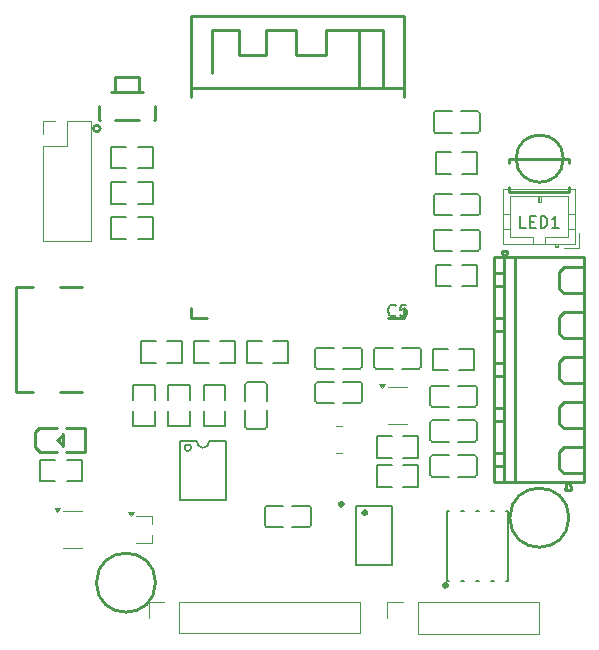
<source format=gto>
G04 #@! TF.GenerationSoftware,KiCad,Pcbnew,8.0.8*
G04 #@! TF.CreationDate,2025-03-23T20:16:00+01:00*
G04 #@! TF.ProjectId,cheap-wled-controller,63686561-702d-4776-9c65-642d636f6e74,rev?*
G04 #@! TF.SameCoordinates,Original*
G04 #@! TF.FileFunction,Legend,Top*
G04 #@! TF.FilePolarity,Positive*
%FSLAX46Y46*%
G04 Gerber Fmt 4.6, Leading zero omitted, Abs format (unit mm)*
G04 Created by KiCad (PCBNEW 8.0.8) date 2025-03-23 20:16:00*
%MOMM*%
%LPD*%
G01*
G04 APERTURE LIST*
%ADD10C,0.150000*%
%ADD11C,0.120000*%
%ADD12C,0.250000*%
%ADD13C,0.300000*%
G04 APERTURE END LIST*
D10*
X54380952Y-24454819D02*
X53904762Y-24454819D01*
X53904762Y-24454819D02*
X53904762Y-23454819D01*
X54714286Y-23931009D02*
X55047619Y-23931009D01*
X55190476Y-24454819D02*
X54714286Y-24454819D01*
X54714286Y-24454819D02*
X54714286Y-23454819D01*
X54714286Y-23454819D02*
X55190476Y-23454819D01*
X55619048Y-24454819D02*
X55619048Y-23454819D01*
X55619048Y-23454819D02*
X55857143Y-23454819D01*
X55857143Y-23454819D02*
X56000000Y-23502438D01*
X56000000Y-23502438D02*
X56095238Y-23597676D01*
X56095238Y-23597676D02*
X56142857Y-23692914D01*
X56142857Y-23692914D02*
X56190476Y-23883390D01*
X56190476Y-23883390D02*
X56190476Y-24026247D01*
X56190476Y-24026247D02*
X56142857Y-24216723D01*
X56142857Y-24216723D02*
X56095238Y-24311961D01*
X56095238Y-24311961D02*
X56000000Y-24407200D01*
X56000000Y-24407200D02*
X55857143Y-24454819D01*
X55857143Y-24454819D02*
X55619048Y-24454819D01*
X57142857Y-24454819D02*
X56571429Y-24454819D01*
X56857143Y-24454819D02*
X56857143Y-23454819D01*
X56857143Y-23454819D02*
X56761905Y-23597676D01*
X56761905Y-23597676D02*
X56666667Y-23692914D01*
X56666667Y-23692914D02*
X56571429Y-23740533D01*
X43333333Y-31859580D02*
X43285714Y-31907200D01*
X43285714Y-31907200D02*
X43142857Y-31954819D01*
X43142857Y-31954819D02*
X43047619Y-31954819D01*
X43047619Y-31954819D02*
X42904762Y-31907200D01*
X42904762Y-31907200D02*
X42809524Y-31811961D01*
X42809524Y-31811961D02*
X42761905Y-31716723D01*
X42761905Y-31716723D02*
X42714286Y-31526247D01*
X42714286Y-31526247D02*
X42714286Y-31383390D01*
X42714286Y-31383390D02*
X42761905Y-31192914D01*
X42761905Y-31192914D02*
X42809524Y-31097676D01*
X42809524Y-31097676D02*
X42904762Y-31002438D01*
X42904762Y-31002438D02*
X43047619Y-30954819D01*
X43047619Y-30954819D02*
X43142857Y-30954819D01*
X43142857Y-30954819D02*
X43285714Y-31002438D01*
X43285714Y-31002438D02*
X43333333Y-31050057D01*
X44238095Y-30954819D02*
X43761905Y-30954819D01*
X43761905Y-30954819D02*
X43714286Y-31431009D01*
X43714286Y-31431009D02*
X43761905Y-31383390D01*
X43761905Y-31383390D02*
X43857143Y-31335771D01*
X43857143Y-31335771D02*
X44095238Y-31335771D01*
X44095238Y-31335771D02*
X44190476Y-31383390D01*
X44190476Y-31383390D02*
X44238095Y-31431009D01*
X44238095Y-31431009D02*
X44285714Y-31526247D01*
X44285714Y-31526247D02*
X44285714Y-31764342D01*
X44285714Y-31764342D02*
X44238095Y-31859580D01*
X44238095Y-31859580D02*
X44190476Y-31907200D01*
X44190476Y-31907200D02*
X44095238Y-31954819D01*
X44095238Y-31954819D02*
X43857143Y-31954819D01*
X43857143Y-31954819D02*
X43761905Y-31907200D01*
X43761905Y-31907200D02*
X43714286Y-31859580D01*
G04 #@! TO.C,C8*
X46270449Y-39466816D02*
X46270449Y-37966816D01*
X46420449Y-37816816D02*
X47830449Y-37816816D01*
X47830449Y-39616816D02*
X46420449Y-39616816D01*
X48630449Y-39616816D02*
X50040449Y-39616816D01*
X50040449Y-37816816D02*
X48630449Y-37816816D01*
X50190449Y-39466816D02*
X50190449Y-37966816D01*
X46270449Y-37966816D02*
G75*
G02*
X46420449Y-37816816I150000J0D01*
G01*
X46420449Y-39616816D02*
G75*
G02*
X46270449Y-39466816I0J150000D01*
G01*
X50040449Y-37816816D02*
G75*
G02*
X50190449Y-37966816I0J-150000D01*
G01*
X50190449Y-39466816D02*
G75*
G02*
X50040449Y-39616816I-150000J0D01*
G01*
G04 #@! TO.C,R4*
X24080000Y-37740000D02*
X24080000Y-39020000D01*
X24080000Y-41260000D02*
X24080000Y-39980000D01*
X25920000Y-37740000D02*
X24080000Y-37740000D01*
X25920000Y-39020000D02*
X25920000Y-37740000D01*
X25920000Y-39980000D02*
X25920000Y-41260000D01*
X25920000Y-41260000D02*
X24080000Y-41260000D01*
G04 #@! TO.C,R5*
X27080000Y-37740000D02*
X27080000Y-39020000D01*
X27080000Y-41260000D02*
X27080000Y-39980000D01*
X28920000Y-37740000D02*
X27080000Y-37740000D01*
X28920000Y-39020000D02*
X28920000Y-37740000D01*
X28920000Y-39980000D02*
X28920000Y-41260000D01*
X28920000Y-41260000D02*
X27080000Y-41260000D01*
G04 #@! TO.C,R14*
X13240000Y-44080000D02*
X14520000Y-44080000D01*
X13240000Y-45920000D02*
X13240000Y-44080000D01*
X14520000Y-45920000D02*
X13240000Y-45920000D01*
X15480000Y-45920000D02*
X16760000Y-45920000D01*
X16760000Y-44080000D02*
X15480000Y-44080000D01*
X16760000Y-45920000D02*
X16760000Y-44080000D01*
G04 #@! TO.C,C29*
X36540000Y-36250000D02*
X36540000Y-34750000D01*
X36690000Y-34600000D02*
X38100000Y-34600000D01*
X38100000Y-36400000D02*
X36690000Y-36400000D01*
X38900000Y-36400000D02*
X40310000Y-36400000D01*
X40310000Y-34600000D02*
X38900000Y-34600000D01*
X40460000Y-36250000D02*
X40460000Y-34750000D01*
X36540000Y-34750000D02*
G75*
G02*
X36690000Y-34600000I150000J0D01*
G01*
X36690000Y-36400000D02*
G75*
G02*
X36540000Y-36250000I0J150000D01*
G01*
X40310000Y-34600000D02*
G75*
G02*
X40460000Y-34750000I0J-150000D01*
G01*
X40460000Y-36250000D02*
G75*
G02*
X40310000Y-36400000I-150000J0D01*
G01*
D11*
G04 #@! TO.C,J4*
X13440000Y-15440000D02*
X14500000Y-15440000D01*
X13440000Y-16500000D02*
X13440000Y-15440000D01*
X13440000Y-17500000D02*
X13440000Y-25560000D01*
X13440000Y-17500000D02*
X15500000Y-17500000D01*
X13440000Y-25560000D02*
X17560000Y-25560000D01*
X15500000Y-15440000D02*
X17560000Y-15440000D01*
X15500000Y-17500000D02*
X15500000Y-15440000D01*
X17560000Y-15440000D02*
X17560000Y-25560000D01*
G04 #@! TO.C,U1*
X16000000Y-48440000D02*
X15200000Y-48440000D01*
X16000000Y-48440000D02*
X16800000Y-48440000D01*
X16000000Y-51560000D02*
X15200000Y-51560000D01*
X16000000Y-51560000D02*
X16800000Y-51560000D01*
X14700000Y-48490000D02*
X14460000Y-48160000D01*
X14940000Y-48160000D01*
X14700000Y-48490000D01*
G36*
X14700000Y-48490000D02*
G01*
X14460000Y-48160000D01*
X14940000Y-48160000D01*
X14700000Y-48490000D01*
G37*
D10*
G04 #@! TO.C,R6*
X46740000Y-18080000D02*
X48020000Y-18080000D01*
X46740000Y-19920000D02*
X46740000Y-18080000D01*
X48020000Y-19920000D02*
X46740000Y-19920000D01*
X48980000Y-19920000D02*
X50260000Y-19920000D01*
X50260000Y-18080000D02*
X48980000Y-18080000D01*
X50260000Y-19920000D02*
X50260000Y-18080000D01*
G04 #@! TO.C,R20*
X46470449Y-34696816D02*
X47750449Y-34696816D01*
X46470449Y-36536816D02*
X46470449Y-34696816D01*
X47750449Y-36536816D02*
X46470449Y-36536816D01*
X48710449Y-36536816D02*
X49990449Y-36536816D01*
X49990449Y-34696816D02*
X48710449Y-34696816D01*
X49990449Y-36536816D02*
X49990449Y-34696816D01*
G04 #@! TO.C,C4*
X46270449Y-45366816D02*
X46270449Y-43866816D01*
X46420449Y-43716816D02*
X47830449Y-43716816D01*
X47830449Y-45516816D02*
X46420449Y-45516816D01*
X48630449Y-45516816D02*
X50040449Y-45516816D01*
X50040449Y-43716816D02*
X48630449Y-43716816D01*
X50190449Y-45366816D02*
X50190449Y-43866816D01*
X46270449Y-43866816D02*
G75*
G02*
X46420449Y-43716816I150000J0D01*
G01*
X46420449Y-45516816D02*
G75*
G02*
X46270449Y-45366816I0J150000D01*
G01*
X50040449Y-43716816D02*
G75*
G02*
X50190449Y-43866816I0J-150000D01*
G01*
X50190449Y-45366816D02*
G75*
G02*
X50040449Y-45516816I-150000J0D01*
G01*
G04 #@! TO.C,C1*
X32240000Y-49650000D02*
X32240000Y-48150000D01*
X32390000Y-48000000D02*
X33800000Y-48000000D01*
X33800000Y-49800000D02*
X32390000Y-49800000D01*
X34600000Y-49800000D02*
X36010000Y-49800000D01*
X36010000Y-48000000D02*
X34600000Y-48000000D01*
X36160000Y-49650000D02*
X36160000Y-48150000D01*
X32240000Y-48150000D02*
G75*
G02*
X32390000Y-48000000I150000J0D01*
G01*
X32390000Y-49800000D02*
G75*
G02*
X32240000Y-49650000I0J150000D01*
G01*
X36010000Y-48000000D02*
G75*
G02*
X36160000Y-48150000I0J-150000D01*
G01*
X36160000Y-49650000D02*
G75*
G02*
X36010000Y-49800000I-150000J0D01*
G01*
D11*
G04 #@! TO.C,L2*
X38297604Y-41265092D02*
X38820108Y-41265092D01*
X38297604Y-43485092D02*
X38820108Y-43485092D01*
D12*
G04 #@! TO.C,J2*
X11170000Y-29460000D02*
X12650000Y-29460000D01*
X11170000Y-38400000D02*
X11170000Y-29460000D01*
X11170000Y-38400000D02*
X12650000Y-38400000D01*
X14890000Y-29460000D02*
X16750000Y-29460000D01*
X14890000Y-38400000D02*
X16750000Y-38400000D01*
G04 #@! TO.C,SW1*
X18182500Y-15285000D02*
X18182500Y-14115000D01*
X18182500Y-15315000D02*
X18272500Y-15315000D01*
X19532500Y-15315000D02*
X21622500Y-15315000D01*
X19582500Y-11675000D02*
X19582500Y-12975000D01*
X19582500Y-11675000D02*
X21582500Y-11675000D01*
X21582500Y-11675000D02*
X21582500Y-12975000D01*
X21942500Y-12975000D02*
X19212500Y-12975000D01*
X22972500Y-15315000D02*
X22882500Y-15315000D01*
X22972500Y-15315000D02*
X22972500Y-14115000D01*
X18312500Y-16045000D02*
G75*
G02*
X17752500Y-16045000I-280000J0D01*
G01*
X17752500Y-16045000D02*
G75*
G02*
X18312500Y-16045000I280000J0D01*
G01*
D10*
G04 #@! TO.C,R13*
X41740000Y-42080000D02*
X43020000Y-42080000D01*
X41740000Y-43920000D02*
X41740000Y-42080000D01*
X43020000Y-43920000D02*
X41740000Y-43920000D01*
X43980000Y-43920000D02*
X45260000Y-43920000D01*
X45260000Y-42080000D02*
X43980000Y-42080000D01*
X45260000Y-43920000D02*
X45260000Y-42080000D01*
G04 #@! TO.C,R3*
X21080000Y-37740000D02*
X21080000Y-39020000D01*
X21080000Y-41260000D02*
X21080000Y-39980000D01*
X22920000Y-37740000D02*
X21080000Y-37740000D01*
X22920000Y-39020000D02*
X22920000Y-37740000D01*
X22920000Y-39980000D02*
X22920000Y-41260000D01*
X22920000Y-41260000D02*
X21080000Y-41260000D01*
D11*
G04 #@! TO.C,J6*
X42620000Y-56170000D02*
X43950000Y-56170000D01*
X42620000Y-57500000D02*
X42620000Y-56170000D01*
X45220000Y-56170000D02*
X55440000Y-56170000D01*
X45220000Y-58830000D02*
X45220000Y-56170000D01*
X45220000Y-58830000D02*
X55440000Y-58830000D01*
X55440000Y-58830000D02*
X55440000Y-56170000D01*
D10*
G04 #@! TO.C,R10*
X26240000Y-34080000D02*
X27520000Y-34080000D01*
X26240000Y-35920000D02*
X26240000Y-34080000D01*
X27520000Y-35920000D02*
X26240000Y-35920000D01*
X28480000Y-35920000D02*
X29760000Y-35920000D01*
X29760000Y-34080000D02*
X28480000Y-34080000D01*
X29760000Y-35920000D02*
X29760000Y-34080000D01*
D12*
G04 #@! TO.C,C11*
X23000000Y-54500000D02*
G75*
G02*
X18000000Y-54500000I-2500000J0D01*
G01*
X18000000Y-54500000D02*
G75*
G02*
X23000000Y-54500000I2500000J0D01*
G01*
D10*
G04 #@! TO.C,R15*
X30740000Y-34080000D02*
X30740000Y-35920000D01*
X30740000Y-35920000D02*
X32020000Y-35920000D01*
X32020000Y-34080000D02*
X30740000Y-34080000D01*
X32980000Y-34080000D02*
X34260000Y-34080000D01*
X34260000Y-34080000D02*
X34260000Y-35920000D01*
X34260000Y-35920000D02*
X32980000Y-35920000D01*
D12*
G04 #@! TO.C,C10*
X58000000Y-49000000D02*
G75*
G02*
X53000000Y-49000000I-2500000J0D01*
G01*
X53000000Y-49000000D02*
G75*
G02*
X58000000Y-49000000I2500000J0D01*
G01*
D11*
G04 #@! TO.C,J8*
X22430000Y-56145000D02*
X23760000Y-56145000D01*
X22430000Y-57475000D02*
X22430000Y-56145000D01*
X25030000Y-56145000D02*
X40330000Y-56145000D01*
X25030000Y-58805000D02*
X25030000Y-56145000D01*
X25030000Y-58805000D02*
X40330000Y-58805000D01*
X40330000Y-58805000D02*
X40330000Y-56145000D01*
D10*
G04 #@! TO.C,C7*
X46540000Y-16250000D02*
X46540000Y-14750000D01*
X46690000Y-14600000D02*
X48100000Y-14600000D01*
X48100000Y-16400000D02*
X46690000Y-16400000D01*
X48900000Y-16400000D02*
X50310000Y-16400000D01*
X50310000Y-14600000D02*
X48900000Y-14600000D01*
X50460000Y-16250000D02*
X50460000Y-14750000D01*
X46540000Y-14750000D02*
G75*
G02*
X46690000Y-14600000I150000J0D01*
G01*
X46690000Y-16400000D02*
G75*
G02*
X46540000Y-16250000I0J150000D01*
G01*
X50310000Y-14600000D02*
G75*
G02*
X50460000Y-14750000I0J-150000D01*
G01*
X50460000Y-16250000D02*
G75*
G02*
X50310000Y-16400000I-150000J0D01*
G01*
G04 #@! TO.C,R2*
X19240000Y-23580000D02*
X20520000Y-23580000D01*
X19240000Y-25420000D02*
X19240000Y-23580000D01*
X20520000Y-25420000D02*
X19240000Y-25420000D01*
X21480000Y-25420000D02*
X22760000Y-25420000D01*
X22760000Y-23580000D02*
X21480000Y-23580000D01*
X22760000Y-25420000D02*
X22760000Y-23580000D01*
D12*
G04 #@! TO.C,U5*
X26000000Y-6547500D02*
X26000000Y-13367500D01*
X26000000Y-12587500D02*
X44020000Y-12587500D01*
X26000000Y-31237500D02*
X26000000Y-32087500D01*
X26000000Y-32087500D02*
X27330000Y-32087500D01*
X27760000Y-7707500D02*
X27760000Y-11387500D01*
X30050000Y-7707500D02*
X27760000Y-7707500D01*
X30050000Y-9857500D02*
X30050000Y-7707500D01*
X32330000Y-7707500D02*
X32330000Y-9857500D01*
X32330000Y-9857500D02*
X30050000Y-9857500D01*
X34870000Y-7707500D02*
X32330000Y-7707500D01*
X34870000Y-9857500D02*
X34870000Y-7707500D01*
X37410000Y-7707500D02*
X37410000Y-9857500D01*
X37410000Y-9857500D02*
X34870000Y-9857500D01*
X40270000Y-7707500D02*
X37410000Y-7707500D01*
X40270000Y-12587500D02*
X40270000Y-7707500D01*
X42300000Y-7707500D02*
X40060000Y-7707500D01*
X42300000Y-12587500D02*
X42300000Y-7707500D01*
X42670000Y-32087500D02*
X44020000Y-32087500D01*
X44000000Y-6547500D02*
X26000000Y-6547500D01*
X44020000Y-13367500D02*
X44020000Y-6557500D01*
X44020000Y-32087500D02*
X44020000Y-31237500D01*
D10*
G04 #@! TO.C,Q3*
X47650345Y-48440345D02*
X47860345Y-48440345D01*
X47650345Y-54340345D02*
X47650345Y-48440345D01*
X47860345Y-54340345D02*
X47650345Y-54340345D01*
X48830345Y-48440345D02*
X49130345Y-48440345D01*
X49130345Y-54340345D02*
X48830345Y-54340345D01*
X50100345Y-48440345D02*
X50400345Y-48440345D01*
X50400345Y-54340345D02*
X50100345Y-54340345D01*
X51370345Y-48440345D02*
X51670345Y-48440345D01*
X51670345Y-54340345D02*
X51370345Y-54340345D01*
X52640345Y-48440345D02*
X52850345Y-48440345D01*
X52850345Y-48440345D02*
X52850345Y-54340345D01*
X52850345Y-54340345D02*
X52640345Y-54340345D01*
D13*
X47700345Y-54740345D02*
G75*
G02*
X47400345Y-54740345I-150000J0D01*
G01*
X47400345Y-54740345D02*
G75*
G02*
X47700345Y-54740345I150000J0D01*
G01*
D10*
G04 #@! TO.C,R7*
X46740000Y-27580000D02*
X48020000Y-27580000D01*
X46740000Y-29420000D02*
X46740000Y-27580000D01*
X48020000Y-29420000D02*
X46740000Y-29420000D01*
X48980000Y-29420000D02*
X50260000Y-29420000D01*
X50260000Y-27580000D02*
X48980000Y-27580000D01*
X50260000Y-29420000D02*
X50260000Y-27580000D01*
G04 #@! TO.C,R22*
X41740000Y-44580000D02*
X43020000Y-44580000D01*
X41740000Y-46420000D02*
X41740000Y-44580000D01*
X43020000Y-46420000D02*
X41740000Y-46420000D01*
X43980000Y-46420000D02*
X45260000Y-46420000D01*
X45260000Y-44580000D02*
X43980000Y-44580000D01*
X45260000Y-46420000D02*
X45260000Y-44580000D01*
G04 #@! TO.C,U3*
X25050000Y-42500000D02*
X25050000Y-47500000D01*
X25050000Y-42500000D02*
X26520000Y-42500000D01*
X25050000Y-47500000D02*
X28950000Y-47500000D01*
X26520000Y-42500000D02*
X26520000Y-42600000D01*
X27540000Y-42540000D02*
X27580000Y-42500000D01*
X27580000Y-42500000D02*
X27820000Y-42500000D01*
X27820000Y-42500000D02*
X28950000Y-42500000D01*
X28950000Y-42500000D02*
X28950000Y-47500000D01*
X27000000Y-43080000D02*
G75*
G02*
X26520000Y-42600000I1J480001D01*
G01*
X27540000Y-42540000D02*
G75*
G02*
X26996230Y-43079684I-500000J-40000D01*
G01*
X26020000Y-43080000D02*
G75*
G02*
X25460000Y-43080000I-280000J0D01*
G01*
X25460000Y-43080000D02*
G75*
G02*
X26020000Y-43080000I280000J0D01*
G01*
G04 #@! TO.C,R16*
X19240000Y-20580000D02*
X19240000Y-22420000D01*
X19240000Y-22420000D02*
X20520000Y-22420000D01*
X20520000Y-20580000D02*
X19240000Y-20580000D01*
X21480000Y-20580000D02*
X22760000Y-20580000D01*
X22760000Y-20580000D02*
X22760000Y-22420000D01*
X22760000Y-22420000D02*
X21480000Y-22420000D01*
D11*
G04 #@! TO.C,U7*
X43500000Y-37940000D02*
X42700000Y-37940000D01*
X43500000Y-37940000D02*
X44300000Y-37940000D01*
X43500000Y-41060000D02*
X42700000Y-41060000D01*
X43500000Y-41060000D02*
X44300000Y-41060000D01*
X42200000Y-37990000D02*
X41960000Y-37660000D01*
X42440000Y-37660000D01*
X42200000Y-37990000D01*
G36*
X42200000Y-37990000D02*
G01*
X41960000Y-37660000D01*
X42440000Y-37660000D01*
X42200000Y-37990000D01*
G37*
D10*
G04 #@! TO.C,R17*
X19240000Y-17580000D02*
X19240000Y-19420000D01*
X19240000Y-19420000D02*
X20520000Y-19420000D01*
X20520000Y-17580000D02*
X19240000Y-17580000D01*
X21480000Y-17580000D02*
X22760000Y-17580000D01*
X22760000Y-17580000D02*
X22760000Y-19420000D01*
X22760000Y-19420000D02*
X21480000Y-19420000D01*
D12*
G04 #@! TO.C,LED1*
X52960000Y-18600000D02*
X58040000Y-18600000D01*
X52960000Y-18970000D02*
X52960000Y-18600000D01*
X52960000Y-21400000D02*
X52960000Y-21030000D01*
X58040000Y-18600000D02*
X58040000Y-18970000D01*
X58040000Y-21030000D02*
X58040000Y-21400000D01*
X58040000Y-21400000D02*
X52960000Y-21400000D01*
X57529695Y-18634905D02*
G75*
G02*
X57530000Y-18600000I-1999694J34927D01*
G01*
D10*
G04 #@! TO.C,R11*
X21740000Y-34080000D02*
X23020000Y-34080000D01*
X21740000Y-35920000D02*
X21740000Y-34080000D01*
X23020000Y-35920000D02*
X21740000Y-35920000D01*
X23980000Y-35920000D02*
X25260000Y-35920000D01*
X25260000Y-34080000D02*
X23980000Y-34080000D01*
X25260000Y-35920000D02*
X25260000Y-34080000D01*
G04 #@! TO.C,C6*
X46540000Y-26250000D02*
X46540000Y-24750000D01*
X46690000Y-24600000D02*
X48100000Y-24600000D01*
X48100000Y-26400000D02*
X46690000Y-26400000D01*
X48900000Y-26400000D02*
X50310000Y-26400000D01*
X50310000Y-24600000D02*
X48900000Y-24600000D01*
X50460000Y-26250000D02*
X50460000Y-24750000D01*
X46540000Y-24750000D02*
G75*
G02*
X46690000Y-24600000I150000J0D01*
G01*
X46690000Y-26400000D02*
G75*
G02*
X46540000Y-26250000I0J150000D01*
G01*
X50310000Y-24600000D02*
G75*
G02*
X50460000Y-24750000I0J-150000D01*
G01*
X50460000Y-26250000D02*
G75*
G02*
X50310000Y-26400000I-150000J0D01*
G01*
D11*
G04 #@! TO.C,D1*
X21320000Y-48840000D02*
X22730000Y-48840000D01*
X21320000Y-51160000D02*
X22730000Y-51160000D01*
X22730000Y-48840000D02*
X22730000Y-49500000D01*
X22730000Y-50500000D02*
X22730000Y-51160000D01*
X20950000Y-48860000D02*
X20710000Y-48530000D01*
X21190000Y-48530000D01*
X20950000Y-48860000D01*
G36*
X20950000Y-48860000D02*
G01*
X20710000Y-48530000D01*
X21190000Y-48530000D01*
X20950000Y-48860000D01*
G37*
D10*
G04 #@! TO.C,C5*
X41540000Y-36250000D02*
X41540000Y-34750000D01*
X41690000Y-34600000D02*
X43100000Y-34600000D01*
X43100000Y-36400000D02*
X41690000Y-36400000D01*
X43900000Y-36400000D02*
X45310000Y-36400000D01*
X45310000Y-34600000D02*
X43900000Y-34600000D01*
X45460000Y-36250000D02*
X45460000Y-34750000D01*
X41540000Y-34750000D02*
G75*
G02*
X41690000Y-34600000I150000J0D01*
G01*
X41690000Y-36400000D02*
G75*
G02*
X41540000Y-36250000I0J150000D01*
G01*
X45310000Y-34600000D02*
G75*
G02*
X45460000Y-34750000I0J-150000D01*
G01*
X45460000Y-36250000D02*
G75*
G02*
X45310000Y-36400000I-150000J0D01*
G01*
D11*
G04 #@! TO.C,J7*
X52440000Y-21140000D02*
X52440000Y-25860000D01*
X52440000Y-23250000D02*
X53050000Y-23250000D01*
X52440000Y-24550000D02*
X53050000Y-24550000D01*
X52440000Y-25860000D02*
X58560000Y-25860000D01*
X53050000Y-21750000D02*
X53050000Y-25250000D01*
X53050000Y-25250000D02*
X55000000Y-25250000D01*
X55000000Y-25250000D02*
X55000000Y-25860000D01*
X55400000Y-22250000D02*
X55400000Y-21750000D01*
X55500000Y-21750000D02*
X55500000Y-22250000D01*
X55600000Y-21750000D02*
X55600000Y-22250000D01*
X55600000Y-22250000D02*
X55400000Y-22250000D01*
X56000000Y-25250000D02*
X57950000Y-25250000D01*
X56000000Y-25860000D02*
X56000000Y-25250000D01*
X56800000Y-25860000D02*
X56800000Y-26060000D01*
X56800000Y-25960000D02*
X57100000Y-25960000D01*
X56800000Y-26060000D02*
X57100000Y-26060000D01*
X57100000Y-26060000D02*
X57100000Y-25860000D01*
X57610000Y-26160000D02*
X58860000Y-26160000D01*
X57950000Y-21750000D02*
X53050000Y-21750000D01*
X57950000Y-25250000D02*
X57950000Y-21750000D01*
X58560000Y-21140000D02*
X52440000Y-21140000D01*
X58560000Y-23250000D02*
X57950000Y-23250000D01*
X58560000Y-24550000D02*
X57950000Y-24550000D01*
X58560000Y-25860000D02*
X58560000Y-21140000D01*
X58860000Y-26160000D02*
X58860000Y-24910000D01*
D12*
G04 #@! TO.C,D2*
X12780000Y-41760000D02*
X13160000Y-41380000D01*
X12780000Y-43030000D02*
X12780000Y-41760000D01*
X13160000Y-41380000D02*
X14680000Y-41380000D01*
X13190000Y-43440000D02*
X12780000Y-43030000D01*
X14660000Y-43440000D02*
X13190000Y-43440000D01*
X14700000Y-42400000D02*
X14800000Y-42500000D01*
X14800000Y-42300000D02*
X14700000Y-42400000D01*
X14800000Y-42500000D02*
X15200000Y-42900000D01*
X15200000Y-41900000D02*
X14800000Y-42300000D01*
X15200000Y-41900000D02*
X15200000Y-42900000D01*
X15450000Y-43420000D02*
X17000000Y-43420000D01*
X17000000Y-41380000D02*
X15450000Y-41380000D01*
X17000000Y-43420000D02*
X17000000Y-41380000D01*
D10*
G04 #@! TO.C,C3*
X46540000Y-23250000D02*
X46540000Y-21750000D01*
X46690000Y-21600000D02*
X48100000Y-21600000D01*
X48100000Y-23400000D02*
X46690000Y-23400000D01*
X48900000Y-23400000D02*
X50310000Y-23400000D01*
X50310000Y-21600000D02*
X48900000Y-21600000D01*
X50460000Y-23250000D02*
X50460000Y-21750000D01*
X46540000Y-21750000D02*
G75*
G02*
X46690000Y-21600000I150000J0D01*
G01*
X46690000Y-23400000D02*
G75*
G02*
X46540000Y-23250000I0J150000D01*
G01*
X50310000Y-21600000D02*
G75*
G02*
X50460000Y-21750000I0J-150000D01*
G01*
X50460000Y-23250000D02*
G75*
G02*
X50310000Y-23400000I-150000J0D01*
G01*
G04 #@! TO.C,C2*
X30600000Y-37690000D02*
X30600000Y-39100000D01*
X30600000Y-41310000D02*
X30600000Y-39900000D01*
X32250000Y-37540000D02*
X30750000Y-37540000D01*
X32250000Y-41460000D02*
X30750000Y-41460000D01*
X32400000Y-39100000D02*
X32400000Y-37690000D01*
X32400000Y-39900000D02*
X32400000Y-41310000D01*
X30600000Y-37690000D02*
G75*
G02*
X30750000Y-37540000I150000J0D01*
G01*
X30750000Y-41460000D02*
G75*
G02*
X30600000Y-41310000I0J150000D01*
G01*
X32250000Y-37540000D02*
G75*
G02*
X32400000Y-37690000I0J-150000D01*
G01*
X32400000Y-41310000D02*
G75*
G02*
X32250000Y-41460000I-150000J0D01*
G01*
G04 #@! TO.C,C9*
X46270449Y-42416816D02*
X46270449Y-40916816D01*
X46420449Y-40766816D02*
X47830449Y-40766816D01*
X47830449Y-42566816D02*
X46420449Y-42566816D01*
X48630449Y-42566816D02*
X50040449Y-42566816D01*
X50040449Y-40766816D02*
X48630449Y-40766816D01*
X50190449Y-42416816D02*
X50190449Y-40916816D01*
X46270449Y-40916816D02*
G75*
G02*
X46420449Y-40766816I150000J0D01*
G01*
X46420449Y-42566816D02*
G75*
G02*
X46270449Y-42416816I0J150000D01*
G01*
X50040449Y-40766816D02*
G75*
G02*
X50190449Y-40916816I0J-150000D01*
G01*
X50190449Y-42416816D02*
G75*
G02*
X50040449Y-42566816I-150000J0D01*
G01*
D12*
G04 #@! TO.C,J10*
X51640000Y-26970000D02*
X51650000Y-46020000D01*
X51650000Y-46020000D02*
X59250000Y-46020000D01*
X52300000Y-26380000D02*
X52390000Y-26970000D01*
X52500000Y-26950000D02*
X52500000Y-46000000D01*
X52500000Y-28320000D02*
X51640000Y-28320000D01*
X52500000Y-29400000D02*
X51650000Y-29400000D01*
X52500000Y-32130000D02*
X51640000Y-32130000D01*
X52500000Y-33210000D02*
X51650000Y-33210000D01*
X52500000Y-35940000D02*
X51640000Y-35940000D01*
X52500000Y-37020000D02*
X51650000Y-37020000D01*
X52500000Y-39750000D02*
X51640000Y-39750000D01*
X52500000Y-40830000D02*
X51650000Y-40830000D01*
X52500000Y-43560000D02*
X51640000Y-43560000D01*
X52500000Y-44640000D02*
X51650000Y-44640000D01*
X52640000Y-26970000D02*
X52800000Y-26380000D01*
X52800000Y-26380000D02*
X52300000Y-26380000D01*
X53400000Y-26950000D02*
X53400000Y-46000000D01*
X57200000Y-28200000D02*
X57200000Y-29600000D01*
X57200000Y-28200000D02*
X57200000Y-29600000D01*
X57200000Y-29600000D02*
X57600000Y-29990000D01*
X57200000Y-29600000D02*
X57600000Y-29990000D01*
X57200000Y-32010000D02*
X57200000Y-33410000D01*
X57200000Y-32010000D02*
X57200000Y-33410000D01*
X57200000Y-33410000D02*
X57600000Y-33800000D01*
X57200000Y-33410000D02*
X57600000Y-33800000D01*
X57200000Y-35820000D02*
X57200000Y-37220000D01*
X57200000Y-35820000D02*
X57200000Y-37220000D01*
X57200000Y-37220000D02*
X57600000Y-37610000D01*
X57200000Y-37220000D02*
X57600000Y-37610000D01*
X57200000Y-39630000D02*
X57200000Y-41030000D01*
X57200000Y-39630000D02*
X57200000Y-41030000D01*
X57200000Y-41030000D02*
X57600000Y-41420000D01*
X57200000Y-41030000D02*
X57600000Y-41420000D01*
X57200000Y-43440000D02*
X57200000Y-44840000D01*
X57200000Y-43440000D02*
X57200000Y-44840000D01*
X57200000Y-44840000D02*
X57600000Y-45230000D01*
X57200000Y-44840000D02*
X57600000Y-45230000D01*
X57600000Y-29990000D02*
X59260000Y-29990000D01*
X57600000Y-29990000D02*
X59260000Y-29990000D01*
X57600000Y-33800000D02*
X59260000Y-33800000D01*
X57600000Y-33800000D02*
X59260000Y-33800000D01*
X57600000Y-37610000D02*
X59260000Y-37610000D01*
X57600000Y-37610000D02*
X59260000Y-37610000D01*
X57600000Y-41420000D02*
X59260000Y-41420000D01*
X57600000Y-41420000D02*
X59260000Y-41420000D01*
X57600000Y-45230000D02*
X59260000Y-45230000D01*
X57600000Y-45230000D02*
X59260000Y-45230000D01*
X57630000Y-27770000D02*
X57200000Y-28200000D01*
X57630000Y-27770000D02*
X57200000Y-28200000D01*
X57630000Y-31580000D02*
X57200000Y-32010000D01*
X57630000Y-31580000D02*
X57200000Y-32010000D01*
X57630000Y-35390000D02*
X57200000Y-35820000D01*
X57630000Y-35390000D02*
X57200000Y-35820000D01*
X57630000Y-39200000D02*
X57200000Y-39630000D01*
X57630000Y-39200000D02*
X57200000Y-39630000D01*
X57630000Y-43010000D02*
X57200000Y-43440000D01*
X57630000Y-43010000D02*
X57200000Y-43440000D01*
X57690000Y-46620000D02*
X58190000Y-46620000D01*
X57850000Y-46020000D02*
X57690000Y-46620000D01*
X58190000Y-46620000D02*
X58100000Y-46020000D01*
X59260000Y-26970000D02*
X51640000Y-26970000D01*
X59260000Y-26970000D02*
X59250000Y-46020000D01*
X59260000Y-27770000D02*
X57630000Y-27770000D01*
X59260000Y-27770000D02*
X57630000Y-27770000D01*
X59260000Y-31580000D02*
X57630000Y-31580000D01*
X59260000Y-31580000D02*
X57630000Y-31580000D01*
X59260000Y-35390000D02*
X57630000Y-35390000D01*
X59260000Y-35390000D02*
X57630000Y-35390000D01*
X59260000Y-39200000D02*
X57630000Y-39200000D01*
X59260000Y-39200000D02*
X57630000Y-39200000D01*
X59260000Y-43010000D02*
X57630000Y-43010000D01*
X59260000Y-43010000D02*
X57630000Y-43010000D01*
D10*
G04 #@! TO.C,C30*
X36540000Y-39150000D02*
X36540000Y-37650000D01*
X36690000Y-37500000D02*
X38100000Y-37500000D01*
X38100000Y-39300000D02*
X36690000Y-39300000D01*
X38900000Y-39300000D02*
X40310000Y-39300000D01*
X40310000Y-37500000D02*
X38900000Y-37500000D01*
X40460000Y-39150000D02*
X40460000Y-37650000D01*
X36540000Y-37650000D02*
G75*
G02*
X36690000Y-37500000I150000J0D01*
G01*
X36690000Y-39300000D02*
G75*
G02*
X36540000Y-39150000I0J150000D01*
G01*
X40310000Y-37500000D02*
G75*
G02*
X40460000Y-37650000I0J-150000D01*
G01*
X40460000Y-39150000D02*
G75*
G02*
X40310000Y-39300000I-150000J0D01*
G01*
G04 #@! TO.C,U4*
X39980000Y-47970000D02*
X43020000Y-47970000D01*
X39980000Y-53030000D02*
X39980000Y-47970000D01*
X43020000Y-47970000D02*
X43020000Y-53030000D01*
X43020000Y-53030000D02*
X39980000Y-53030000D01*
D13*
X38880000Y-47850000D02*
G75*
G02*
X38580000Y-47850000I-150000J0D01*
G01*
X38580000Y-47850000D02*
G75*
G02*
X38880000Y-47850000I150000J0D01*
G01*
X40880000Y-48590000D02*
G75*
G02*
X40580000Y-48590000I-150000J0D01*
G01*
X40580000Y-48590000D02*
G75*
G02*
X40880000Y-48590000I150000J0D01*
G01*
G04 #@! TD*
M02*

</source>
